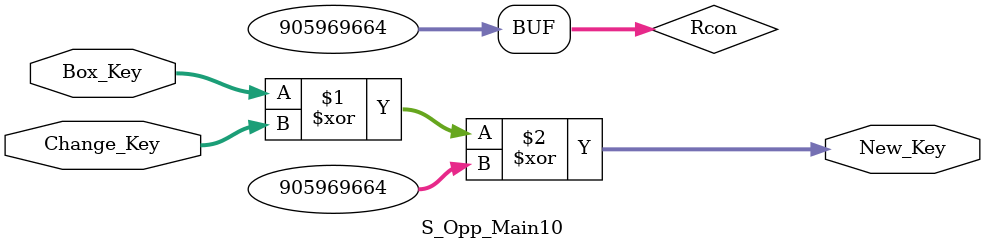
<source format=v>
module S_Opp_Main10(Box_Key,Change_Key,New_Key);
  
  input[31:0]Box_Key,Change_Key;
  
  output[31:0]New_Key;
  
  wire [31:0]Rcon;

assign Rcon=32'b0011_0110_0000_0000_0000_0000_0000_0000;

assign New_Key=Box_Key ^ Change_Key ^ Rcon;

endmodule




</source>
